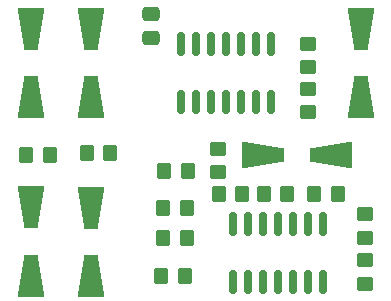
<source format=gbr>
G04 #@! TF.GenerationSoftware,KiCad,Pcbnew,8.0.0-rc2-192-gade987c101*
G04 #@! TF.CreationDate,2024-01-30T18:43:20+01:00*
G04 #@! TF.ProjectId,xDuinoRail-Breakout-RailcomDetect,78447569-6e6f-4526-9169-6c2d42726561,rev?*
G04 #@! TF.SameCoordinates,Original*
G04 #@! TF.FileFunction,Paste,Top*
G04 #@! TF.FilePolarity,Positive*
%FSLAX46Y46*%
G04 Gerber Fmt 4.6, Leading zero omitted, Abs format (unit mm)*
G04 Created by KiCad (PCBNEW 8.0.0-rc2-192-gade987c101) date 2024-01-30 18:43:20*
%MOMM*%
%LPD*%
G01*
G04 APERTURE LIST*
G04 Aperture macros list*
%AMRoundRect*
0 Rectangle with rounded corners*
0 $1 Rounding radius*
0 $2 $3 $4 $5 $6 $7 $8 $9 X,Y pos of 4 corners*
0 Add a 4 corners polygon primitive as box body*
4,1,4,$2,$3,$4,$5,$6,$7,$8,$9,$2,$3,0*
0 Add four circle primitives for the rounded corners*
1,1,$1+$1,$2,$3*
1,1,$1+$1,$4,$5*
1,1,$1+$1,$6,$7*
1,1,$1+$1,$8,$9*
0 Add four rect primitives between the rounded corners*
20,1,$1+$1,$2,$3,$4,$5,0*
20,1,$1+$1,$4,$5,$6,$7,0*
20,1,$1+$1,$6,$7,$8,$9,0*
20,1,$1+$1,$8,$9,$2,$3,0*%
%AMOutline4P*
0 Free polygon, 4 corners , with rotation*
0 The origin of the aperture is its center*
0 number of corners: always 4*
0 $1 to $8 corner X, Y*
0 $9 Rotation angle, in degrees counterclockwise*
0 create outline with 4 corners*
4,1,4,$1,$2,$3,$4,$5,$6,$7,$8,$1,$2,$9*%
G04 Aperture macros list end*
%ADD10RoundRect,0.250000X0.350000X0.450000X-0.350000X0.450000X-0.350000X-0.450000X0.350000X-0.450000X0*%
%ADD11RoundRect,0.250000X-0.350000X-0.450000X0.350000X-0.450000X0.350000X0.450000X-0.350000X0.450000X0*%
%ADD12RoundRect,0.250000X0.450000X-0.350000X0.450000X0.350000X-0.450000X0.350000X-0.450000X-0.350000X0*%
%ADD13Outline4P,-1.800000X-1.150000X1.800000X-0.550000X1.800000X0.550000X-1.800000X1.150000X90.000000*%
%ADD14Outline4P,-1.800000X-1.150000X1.800000X-0.550000X1.800000X0.550000X-1.800000X1.150000X270.000000*%
%ADD15RoundRect,0.250000X-0.450000X0.350000X-0.450000X-0.350000X0.450000X-0.350000X0.450000X0.350000X0*%
%ADD16RoundRect,0.150000X0.150000X-0.825000X0.150000X0.825000X-0.150000X0.825000X-0.150000X-0.825000X0*%
%ADD17RoundRect,0.250000X-0.475000X0.337500X-0.475000X-0.337500X0.475000X-0.337500X0.475000X0.337500X0*%
%ADD18Outline4P,-1.800000X-1.150000X1.800000X-0.550000X1.800000X0.550000X-1.800000X1.150000X0.000000*%
%ADD19Outline4P,-1.800000X-1.150000X1.800000X-0.550000X1.800000X0.550000X-1.800000X1.150000X180.000000*%
G04 APERTURE END LIST*
D10*
G04 #@! TO.C,R2403*
X160385000Y-112395000D03*
X158385000Y-112395000D03*
G04 #@! TD*
D11*
G04 #@! TO.C,R2402*
X152077500Y-101922500D03*
X154077500Y-101922500D03*
G04 #@! TD*
D12*
G04 #@! TO.C,R2304*
X175647800Y-113012700D03*
X175647800Y-111012700D03*
G04 #@! TD*
D13*
G04 #@! TO.C,D2301*
X175260000Y-97240000D03*
D14*
X175260000Y-91440000D03*
G04 #@! TD*
D15*
G04 #@! TO.C,R301*
X163195000Y-103600000D03*
X163195000Y-101600000D03*
G04 #@! TD*
D10*
G04 #@! TO.C,R2406*
X160532200Y-109176500D03*
X158532200Y-109176500D03*
G04 #@! TD*
D11*
G04 #@! TO.C,R302*
X163252200Y-105410000D03*
X165252200Y-105410000D03*
G04 #@! TD*
D14*
G04 #@! TO.C,D2403*
X152400000Y-91440000D03*
D13*
X152400000Y-97240000D03*
G04 #@! TD*
D12*
G04 #@! TO.C,R2303*
X175647800Y-109107700D03*
X175647800Y-107107700D03*
G04 #@! TD*
D11*
G04 #@! TO.C,R2305*
X171355000Y-105410000D03*
X173355000Y-105410000D03*
G04 #@! TD*
D15*
G04 #@! TO.C,R2302*
X170815000Y-96520000D03*
X170815000Y-98520000D03*
G04 #@! TD*
D13*
G04 #@! TO.C,D2404*
X147320000Y-97240000D03*
D14*
X147320000Y-91440000D03*
G04 #@! TD*
D13*
G04 #@! TO.C,D2401*
X147320000Y-112350000D03*
D14*
X147320000Y-106550000D03*
G04 #@! TD*
D16*
G04 #@! TO.C,U2401*
X164465000Y-112900000D03*
X165735000Y-112900000D03*
X167005000Y-112900000D03*
X168275000Y-112900000D03*
X169545000Y-112900000D03*
X170815000Y-112900000D03*
X172085000Y-112900000D03*
X172085000Y-107950000D03*
X170815000Y-107950000D03*
X169545000Y-107950000D03*
X168275000Y-107950000D03*
X167005000Y-107950000D03*
X165735000Y-107950000D03*
X164465000Y-107950000D03*
G04 #@! TD*
D11*
G04 #@! TO.C,R2404*
X158655000Y-103505000D03*
X160655000Y-103505000D03*
G04 #@! TD*
D16*
G04 #@! TO.C,U2501*
X160020000Y-97660000D03*
X161290000Y-97660000D03*
X162560000Y-97660000D03*
X163830000Y-97660000D03*
X165100000Y-97660000D03*
X166370000Y-97660000D03*
X167640000Y-97660000D03*
X167640000Y-92710000D03*
X166370000Y-92710000D03*
X165100000Y-92710000D03*
X163830000Y-92710000D03*
X162560000Y-92710000D03*
X161290000Y-92710000D03*
X160020000Y-92710000D03*
G04 #@! TD*
D17*
G04 #@! TO.C,C2301*
X157480000Y-90170000D03*
X157480000Y-92245000D03*
G04 #@! TD*
D10*
G04 #@! TO.C,R2401*
X148952500Y-102144700D03*
X146952500Y-102144700D03*
G04 #@! TD*
D15*
G04 #@! TO.C,R2301*
X170815000Y-92710000D03*
X170815000Y-94710000D03*
G04 #@! TD*
D18*
G04 #@! TO.C,D2302*
X166969500Y-102105000D03*
D19*
X172769500Y-102105000D03*
G04 #@! TD*
D11*
G04 #@! TO.C,R303*
X167062200Y-105410000D03*
X169062200Y-105410000D03*
G04 #@! TD*
D14*
G04 #@! TO.C,D2402*
X152400000Y-106595000D03*
D13*
X152400000Y-112395000D03*
G04 #@! TD*
D10*
G04 #@! TO.C,R2405*
X160532200Y-106636500D03*
X158532200Y-106636500D03*
G04 #@! TD*
M02*

</source>
